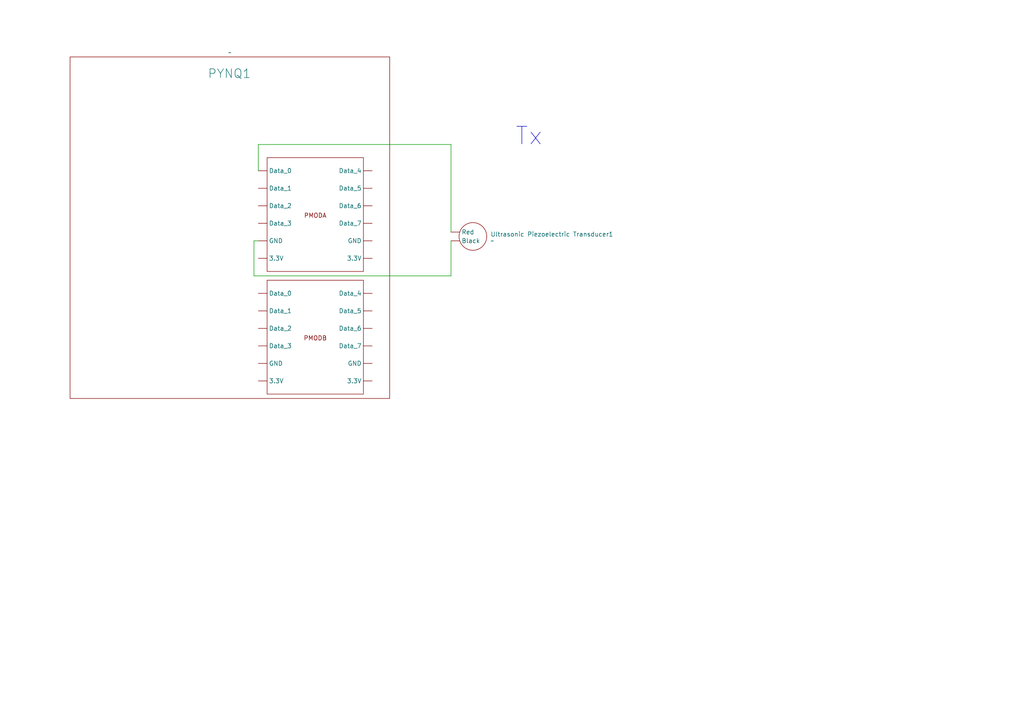
<source format=kicad_sch>
(kicad_sch (version 20231120) (generator "eeschema") (generator_version "8.0")
  (paper "A4")
  (lib_symbols
    (symbol "CapstoneSymbols:PYNQ-Z2"
      (property "Reference" "PYNQ" (at 0.508 45.72 0))
      (symbol "PYNQ-Z2_0_1"
        (rectangle (start -45.72 49.53) (end 46.99 -49.53))
        (rectangle (start 11.43 -15.24) (end 39.37 -48.26))
        (rectangle (start 11.43 20.32) (end 39.37 -12.7))
      )
      (symbol "PYNQ-Z2_1_1"
        (text "PMODA" (at 25.4 3.556 0) (effects (font (size 1.27 1.27))))
        (text "PMODB" (at 25.4 -32.004 0) (effects (font (size 1.27 1.27))))
        (pin input line (at 8.89 -44.45 0) (length 2.54) (name "3.3V") (number ""))
        (pin input line (at 8.89 -8.89 0) (length 2.54) (name "3.3V") (number ""))
        (pin input line (at 41.91 -44.45 180) (length 2.54) (name "3.3V") (number ""))
        (pin input line (at 41.91 -8.89 180) (length 2.54) (name "3.3V") (number ""))
        (pin input line (at 8.89 -19.05 0) (length 2.54) (name "Data_0") (number ""))
        (pin input line (at 8.89 16.51 0) (length 2.54) (name "Data_0") (number ""))
        (pin input line (at 8.89 -24.13 0) (length 2.54) (name "Data_1") (number ""))
        (pin input line (at 8.89 11.43 0) (length 2.54) (name "Data_1") (number ""))
        (pin input line (at 8.89 -29.21 0) (length 2.54) (name "Data_2") (number ""))
        (pin input line (at 8.89 6.35 0) (length 2.54) (name "Data_2") (number ""))
        (pin input line (at 8.89 -34.29 0) (length 2.54) (name "Data_3") (number ""))
        (pin input line (at 8.89 1.27 0) (length 2.54) (name "Data_3") (number ""))
        (pin input line (at 41.91 -19.05 180) (length 2.54) (name "Data_4") (number ""))
        (pin input line (at 41.91 16.51 180) (length 2.54) (name "Data_4") (number ""))
        (pin input line (at 41.91 -24.13 180) (length 2.54) (name "Data_5") (number ""))
        (pin input line (at 41.91 11.43 180) (length 2.54) (name "Data_5") (number ""))
        (pin input line (at 41.91 -29.21 180) (length 2.54) (name "Data_6") (number ""))
        (pin input line (at 41.91 6.35 180) (length 2.54) (name "Data_6") (number ""))
        (pin input line (at 41.91 -34.29 180) (length 2.54) (name "Data_7") (number ""))
        (pin input line (at 41.91 1.27 180) (length 2.54) (name "Data_7") (number ""))
        (pin input line (at 8.89 -39.37 0) (length 2.54) (name "GND") (number ""))
        (pin input line (at 8.89 -3.81 0) (length 2.54) (name "GND") (number ""))
        (pin input line (at 41.91 -39.37 180) (length 2.54) (name "GND") (number ""))
        (pin input line (at 41.91 -3.81 180) (length 2.54) (name "GND") (number ""))
      )
    )
    (symbol "CapstoneSymbols:Ultrasonic_Piezoelectric_Transducer"
      (property "Reference" "Ultrasonic Piezoelectric Transducer" (at 0 0 0))
      (symbol "Ultrasonic_Piezoelectric_Transducer_1_1"
        (circle (center 0 -5.08) (radius 4.0161))
        (pin input line (at -6.35 -6.35 0) (length 2.54) (name "Black") (number ""))
        (pin input line (at -6.35 -3.81 0) (length 2.54) (name "Red") (number ""))
      )
    )
  )
  (wire (pts (xy 73.66 80.01) (xy 130.81 80.01)))
  (wire (pts (xy 74.93 69.85) (xy 73.66 69.85)))
  (wire (pts (xy 73.66 69.85) (xy 73.66 80.01)))
  (wire (pts (xy 130.81 41.91) (xy 130.81 67.31)))
  (wire (pts (xy 74.93 49.53) (xy 74.93 41.91)))
  (wire (pts (xy 130.81 80.01) (xy 130.81 69.85)))
  (wire (pts (xy 74.93 41.91) (xy 130.81 41.91)))
  (text "Tx" (at 153.416 39.624 0) (effects (font (size 5.08 5.08))))
  (symbol (lib_id "CapstoneSymbols:PYNQ-Z2") (at 66.04 66.04 0) (unit 1)
    (property "Reference" "PYNQ1" (at 66.548 21.336 0) (effects (font (size 2.54 2.54))))
    (property "Value" "~" (at 66.675 15.24 0))
  )
  (symbol (lib_id "CapstoneSymbols:Ultrasonic_Piezoelectric_Transducer") (at 137.16 63.5 0) (unit 1)
    (property "Reference" "Ultrasonic Piezoelectric Transducer1" (at 142.24 67.9449 0) (effects (justify left)))
    (property "Value" "~" (at 142.24 69.85 0) (effects (justify left)))
  )
)
</source>
